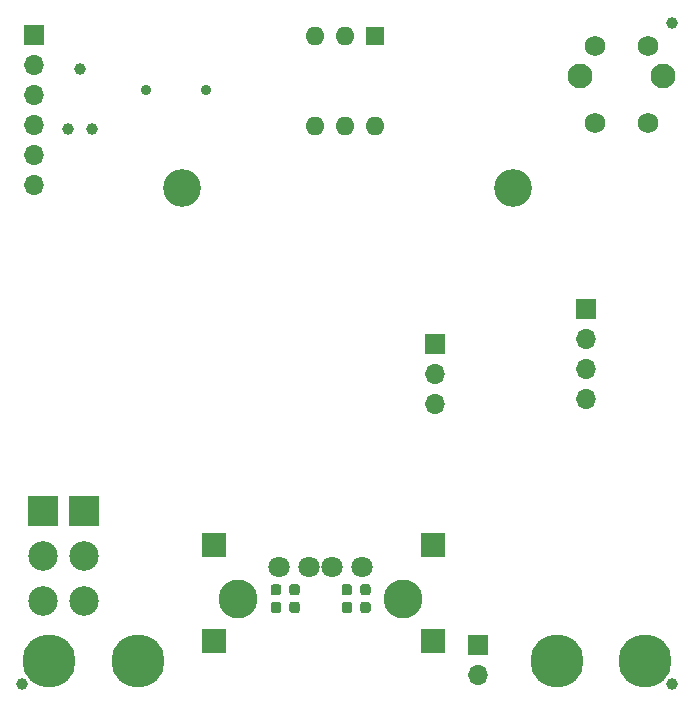
<source format=gbs>
G04 #@! TF.GenerationSoftware,KiCad,Pcbnew,5.1.10*
G04 #@! TF.CreationDate,2021-09-13T08:22:59+02:00*
G04 #@! TF.ProjectId,KXKM_ESP32_battery_management_board,4b584b4d-5f45-4535-9033-325f62617474,3.0*
G04 #@! TF.SameCoordinates,PX623a7c0PY839b680*
G04 #@! TF.FileFunction,Soldermask,Bot*
G04 #@! TF.FilePolarity,Negative*
%FSLAX46Y46*%
G04 Gerber Fmt 4.6, Leading zero omitted, Abs format (unit mm)*
G04 Created by KiCad (PCBNEW 5.1.10) date 2021-09-13 08:22:59*
%MOMM*%
%LPD*%
G01*
G04 APERTURE LIST*
%ADD10O,1.600000X1.600000*%
%ADD11R,1.600000X1.600000*%
%ADD12O,1.700000X1.700000*%
%ADD13R,1.700000X1.700000*%
%ADD14R,2.500000X2.500000*%
%ADD15C,2.500000*%
%ADD16R,2.000000X2.000000*%
%ADD17C,1.800000*%
%ADD18C,3.300000*%
%ADD19C,1.000000*%
%ADD20C,4.500880*%
%ADD21C,0.900000*%
%ADD22C,0.990600*%
%ADD23C,3.200000*%
%ADD24C,2.100000*%
%ADD25C,1.750000*%
G04 APERTURE END LIST*
D10*
X30560000Y48020000D03*
X25480000Y55640000D03*
X28020000Y48020000D03*
X28020000Y55640000D03*
X25480000Y48020000D03*
D11*
X30560000Y55640000D03*
D12*
X39325000Y1510000D03*
D13*
X39325000Y4050000D03*
D14*
X2450000Y15410000D03*
D15*
X2450000Y11600000D03*
X2450000Y7790000D03*
D14*
X5950000Y15410000D03*
D15*
X5950000Y11600000D03*
X5950000Y7790000D03*
D16*
X35500000Y4440000D03*
X35500000Y12560000D03*
X17000000Y4440000D03*
X17000000Y12560000D03*
G36*
G01*
X22650000Y9006250D02*
X22650000Y8493750D01*
G75*
G02*
X22431250Y8275000I-218750J0D01*
G01*
X21993750Y8275000D01*
G75*
G02*
X21775000Y8493750I0J218750D01*
G01*
X21775000Y9006250D01*
G75*
G02*
X21993750Y9225000I218750J0D01*
G01*
X22431250Y9225000D01*
G75*
G02*
X22650000Y9006250I0J-218750D01*
G01*
G37*
G36*
G01*
X24225000Y9006250D02*
X24225000Y8493750D01*
G75*
G02*
X24006250Y8275000I-218750J0D01*
G01*
X23568750Y8275000D01*
G75*
G02*
X23350000Y8493750I0J218750D01*
G01*
X23350000Y9006250D01*
G75*
G02*
X23568750Y9225000I218750J0D01*
G01*
X24006250Y9225000D01*
G75*
G02*
X24225000Y9006250I0J-218750D01*
G01*
G37*
G36*
G01*
X23350000Y6993750D02*
X23350000Y7506250D01*
G75*
G02*
X23568750Y7725000I218750J0D01*
G01*
X24006250Y7725000D01*
G75*
G02*
X24225000Y7506250I0J-218750D01*
G01*
X24225000Y6993750D01*
G75*
G02*
X24006250Y6775000I-218750J0D01*
G01*
X23568750Y6775000D01*
G75*
G02*
X23350000Y6993750I0J218750D01*
G01*
G37*
G36*
G01*
X21775000Y6993750D02*
X21775000Y7506250D01*
G75*
G02*
X21993750Y7725000I218750J0D01*
G01*
X22431250Y7725000D01*
G75*
G02*
X22650000Y7506250I0J-218750D01*
G01*
X22650000Y6993750D01*
G75*
G02*
X22431250Y6775000I-218750J0D01*
G01*
X21993750Y6775000D01*
G75*
G02*
X21775000Y6993750I0J218750D01*
G01*
G37*
G36*
G01*
X29350000Y8493750D02*
X29350000Y9006250D01*
G75*
G02*
X29568750Y9225000I218750J0D01*
G01*
X30006250Y9225000D01*
G75*
G02*
X30225000Y9006250I0J-218750D01*
G01*
X30225000Y8493750D01*
G75*
G02*
X30006250Y8275000I-218750J0D01*
G01*
X29568750Y8275000D01*
G75*
G02*
X29350000Y8493750I0J218750D01*
G01*
G37*
G36*
G01*
X27775000Y8493750D02*
X27775000Y9006250D01*
G75*
G02*
X27993750Y9225000I218750J0D01*
G01*
X28431250Y9225000D01*
G75*
G02*
X28650000Y9006250I0J-218750D01*
G01*
X28650000Y8493750D01*
G75*
G02*
X28431250Y8275000I-218750J0D01*
G01*
X27993750Y8275000D01*
G75*
G02*
X27775000Y8493750I0J218750D01*
G01*
G37*
G36*
G01*
X28650000Y7506250D02*
X28650000Y6993750D01*
G75*
G02*
X28431250Y6775000I-218750J0D01*
G01*
X27993750Y6775000D01*
G75*
G02*
X27775000Y6993750I0J218750D01*
G01*
X27775000Y7506250D01*
G75*
G02*
X27993750Y7725000I218750J0D01*
G01*
X28431250Y7725000D01*
G75*
G02*
X28650000Y7506250I0J-218750D01*
G01*
G37*
G36*
G01*
X30225000Y7506250D02*
X30225000Y6993750D01*
G75*
G02*
X30006250Y6775000I-218750J0D01*
G01*
X29568750Y6775000D01*
G75*
G02*
X29350000Y6993750I0J218750D01*
G01*
X29350000Y7506250D01*
G75*
G02*
X29568750Y7725000I218750J0D01*
G01*
X30006250Y7725000D01*
G75*
G02*
X30225000Y7506250I0J-218750D01*
G01*
G37*
D17*
X29500000Y10710000D03*
X27000000Y10710000D03*
X25000000Y10710000D03*
X22500000Y10710000D03*
D18*
X33000000Y8000000D03*
X19000000Y8000000D03*
D19*
X55750000Y56750000D03*
X750000Y750000D03*
X55750000Y750000D03*
D20*
X10500000Y2750000D03*
D12*
X48450000Y24880000D03*
X48450000Y27420000D03*
X48450000Y29960000D03*
D13*
X48450000Y32500000D03*
D21*
X16250000Y51080000D03*
X11250000Y51080000D03*
D22*
X5640000Y52840000D03*
X4624000Y47760000D03*
X6656000Y47760000D03*
D13*
X1750000Y55750000D03*
D12*
X1750000Y53210000D03*
X1750000Y50670000D03*
X1750000Y48130000D03*
X1750000Y45590000D03*
X1750000Y43050000D03*
D23*
X14250000Y42750000D03*
X42250000Y42750000D03*
D13*
X35650000Y29550000D03*
D12*
X35650000Y27010000D03*
X35650000Y24470000D03*
D20*
X46000000Y2750000D03*
X3000000Y2750000D03*
X53500000Y2750000D03*
D24*
X55000000Y52260000D03*
D25*
X53740000Y54750000D03*
X49240000Y54750000D03*
D24*
X47990000Y52260000D03*
D25*
X49240000Y48250000D03*
X53740000Y48250000D03*
M02*

</source>
